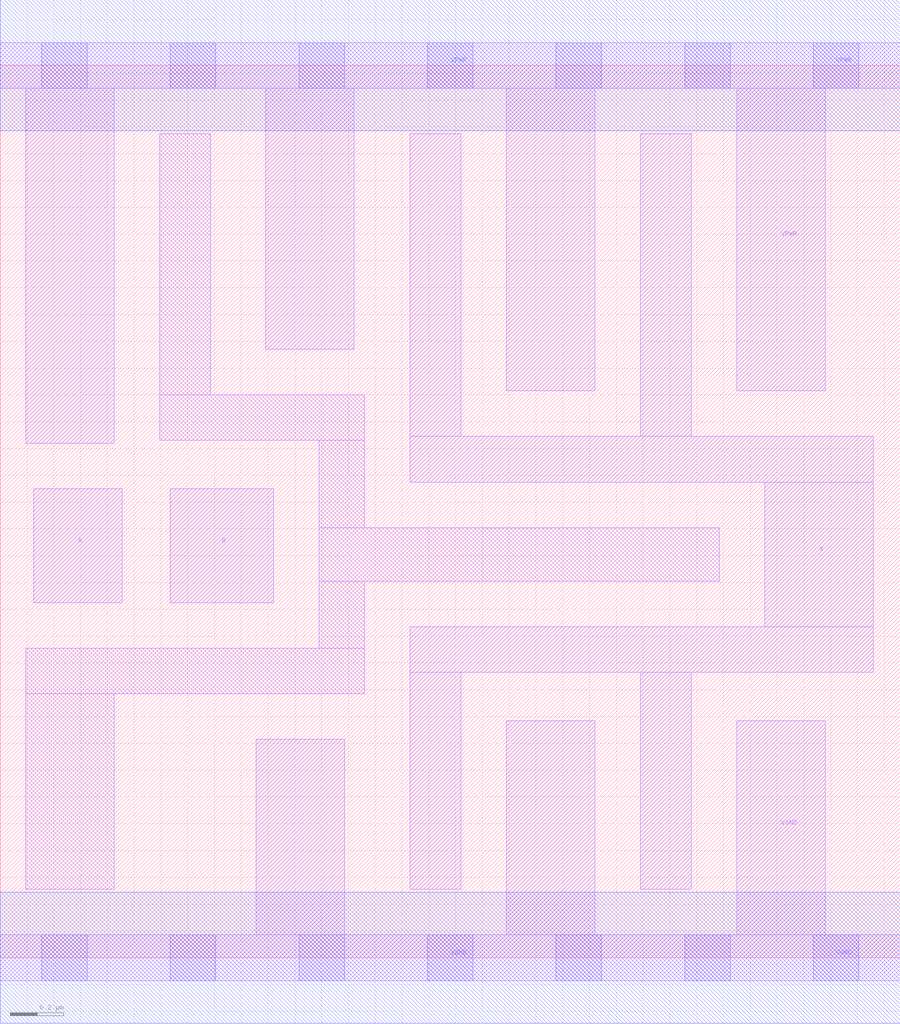
<source format=lef>
# Copyright 2020 The SkyWater PDK Authors
#
# Licensed under the Apache License, Version 2.0 (the "License");
# you may not use this file except in compliance with the License.
# You may obtain a copy of the License at
#
#     https://www.apache.org/licenses/LICENSE-2.0
#
# Unless required by applicable law or agreed to in writing, software
# distributed under the License is distributed on an "AS IS" BASIS,
# WITHOUT WARRANTIES OR CONDITIONS OF ANY KIND, either express or implied.
# See the License for the specific language governing permissions and
# limitations under the License.
#
# SPDX-License-Identifier: Apache-2.0

VERSION 5.7 ;
  NAMESCASESENSITIVE ON ;
  NOWIREEXTENSIONATPIN ON ;
  DIVIDERCHAR "/" ;
  BUSBITCHARS "[]" ;
UNITS
  DATABASE MICRONS 200 ;
END UNITS
MACRO sky130_fd_sc_lp__and2_4
  CLASS CORE ;
  SOURCE USER ;
  FOREIGN sky130_fd_sc_lp__and2_4 ;
  ORIGIN  0.000000  0.000000 ;
  SIZE  3.360000 BY  3.330000 ;
  SYMMETRY X Y R90 ;
  SITE unit ;
  PIN A
    ANTENNAGATEAREA  0.315000 ;
    DIRECTION INPUT ;
    USE SIGNAL ;
    PORT
      LAYER li1 ;
        RECT 0.125000 1.325000 0.455000 1.750000 ;
    END
  END A
  PIN B
    ANTENNAGATEAREA  0.315000 ;
    DIRECTION INPUT ;
    USE SIGNAL ;
    PORT
      LAYER li1 ;
        RECT 0.635000 1.325000 1.020000 1.750000 ;
    END
  END B
  PIN X
    ANTENNADIFFAREA  1.176000 ;
    DIRECTION OUTPUT ;
    USE SIGNAL ;
    PORT
      LAYER li1 ;
        RECT 1.530000 0.255000 1.720000 1.065000 ;
        RECT 1.530000 1.065000 3.260000 1.235000 ;
        RECT 1.530000 1.775000 3.260000 1.945000 ;
        RECT 1.530000 1.945000 1.720000 3.075000 ;
        RECT 2.390000 0.255000 2.580000 1.065000 ;
        RECT 2.390000 1.945000 2.580000 3.075000 ;
        RECT 2.855000 1.235000 3.260000 1.775000 ;
    END
  END X
  PIN VGND
    DIRECTION INOUT ;
    USE GROUND ;
    PORT
      LAYER li1 ;
        RECT 0.000000 -0.085000 3.360000 0.085000 ;
        RECT 0.955000  0.085000 1.285000 0.815000 ;
        RECT 1.890000  0.085000 2.220000 0.885000 ;
        RECT 2.750000  0.085000 3.080000 0.885000 ;
      LAYER mcon ;
        RECT 0.155000 -0.085000 0.325000 0.085000 ;
        RECT 0.635000 -0.085000 0.805000 0.085000 ;
        RECT 1.115000 -0.085000 1.285000 0.085000 ;
        RECT 1.595000 -0.085000 1.765000 0.085000 ;
        RECT 2.075000 -0.085000 2.245000 0.085000 ;
        RECT 2.555000 -0.085000 2.725000 0.085000 ;
        RECT 3.035000 -0.085000 3.205000 0.085000 ;
      LAYER met1 ;
        RECT 0.000000 -0.245000 3.360000 0.245000 ;
    END
  END VGND
  PIN VPWR
    DIRECTION INOUT ;
    USE POWER ;
    PORT
      LAYER li1 ;
        RECT 0.000000 3.245000 3.360000 3.415000 ;
        RECT 0.095000 1.920000 0.425000 3.245000 ;
        RECT 0.990000 2.270000 1.320000 3.245000 ;
        RECT 1.890000 2.115000 2.220000 3.245000 ;
        RECT 2.750000 2.115000 3.080000 3.245000 ;
      LAYER mcon ;
        RECT 0.155000 3.245000 0.325000 3.415000 ;
        RECT 0.635000 3.245000 0.805000 3.415000 ;
        RECT 1.115000 3.245000 1.285000 3.415000 ;
        RECT 1.595000 3.245000 1.765000 3.415000 ;
        RECT 2.075000 3.245000 2.245000 3.415000 ;
        RECT 2.555000 3.245000 2.725000 3.415000 ;
        RECT 3.035000 3.245000 3.205000 3.415000 ;
      LAYER met1 ;
        RECT 0.000000 3.085000 3.360000 3.575000 ;
    END
  END VPWR
  OBS
    LAYER li1 ;
      RECT 0.095000 0.255000 0.425000 0.985000 ;
      RECT 0.095000 0.985000 1.360000 1.155000 ;
      RECT 0.595000 1.930000 1.360000 2.100000 ;
      RECT 0.595000 2.100000 0.785000 3.075000 ;
      RECT 1.190000 1.155000 1.360000 1.405000 ;
      RECT 1.190000 1.405000 2.685000 1.605000 ;
      RECT 1.190000 1.605000 1.360000 1.930000 ;
  END
END sky130_fd_sc_lp__and2_4

</source>
